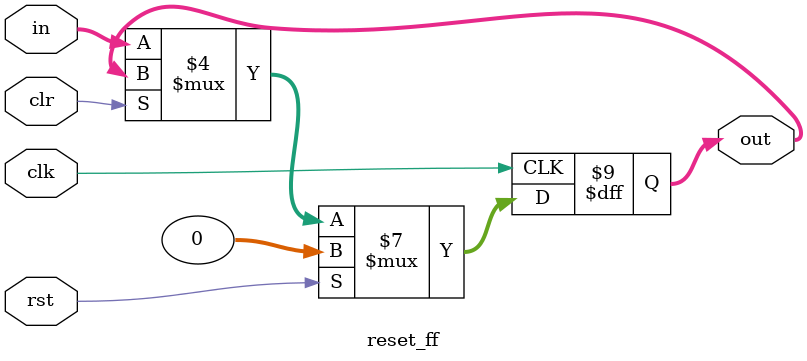
<source format=v>
module reset_ff(in,clk,rst,clr,out);          //d_ff
input [31:0] in;
input clk,rst,clr;
output reg [31:0] out;

initial begin
out = 0;
end

always@(posedge clk)
begin
if(rst) out <= 32'd0;
else if(! clr) out <= in;
end

endmodule

</source>
